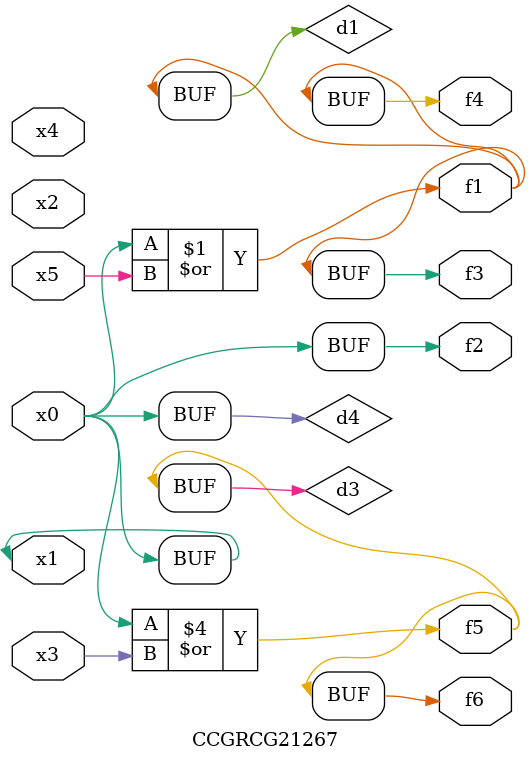
<source format=v>
module CCGRCG21267(
	input x0, x1, x2, x3, x4, x5,
	output f1, f2, f3, f4, f5, f6
);

	wire d1, d2, d3, d4;

	or (d1, x0, x5);
	xnor (d2, x1, x4);
	or (d3, x0, x3);
	buf (d4, x0, x1);
	assign f1 = d1;
	assign f2 = d4;
	assign f3 = d1;
	assign f4 = d1;
	assign f5 = d3;
	assign f6 = d3;
endmodule

</source>
